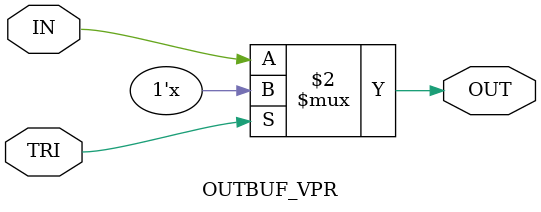
<source format=v>
module CE_VCC (output VCC);
wire VCC = 1;
endmodule

module SR_GND (output GND);
wire GND = 0;
endmodule

module FDRE_ZINI (output reg Q, input C, CE, D, R);
  parameter [0:0] ZINI = 1'b0;
  parameter [0:0] IS_C_INVERTED = 1'b0;
  initial Q <= !ZINI;
  generate case (|IS_C_INVERTED)
    1'b0: always @(posedge C) if (R) Q <= 1'b0; else if (CE) Q <= D;
    1'b1: always @(negedge C) if (R) Q <= 1'b0; else if (CE) Q <= D;
  endcase endgenerate
endmodule

module FDSE_ZINI (output reg Q, input C, CE, D, S);
  parameter [0:0] ZINI = 1'b0;
  parameter [0:0] IS_C_INVERTED = 1'b0;
  initial Q <= !ZINI;
  generate case (|IS_C_INVERTED)
    1'b0: always @(posedge C) if (S) Q <= 1'b1; else if (CE) Q <= D;
    1'b1: always @(negedge C) if (S) Q <= 1'b1; else if (CE) Q <= D;
  endcase endgenerate
endmodule

module FDCE_ZINI (output reg Q, input C, CE, D, CLR);
  parameter [0:0] ZINI = 1'b0;
  parameter [0:0] IS_C_INVERTED = 1'b0;
  initial Q <= !ZINI;
  generate case (|IS_C_INVERTED)
    1'b0: always @(posedge C, posedge CLR) if (CLR) Q <= 1'b0; else if (CE) Q <= D;
    1'b1: always @(negedge C, posedge CLR) if (CLR) Q <= 1'b0; else if (CE) Q <= D;
  endcase endgenerate
endmodule

module FDPE_ZINI (output reg Q, input C, CE, D, PRE);
  parameter [0:0] ZINI = 1'b0;
  parameter [0:0] IS_C_INVERTED = 1'b0;
  initial Q <= !ZINI;
  generate case (|IS_C_INVERTED)
    1'b0: always @(posedge C, posedge PRE) if (PRE) Q <= 1'b1; else if (CE) Q <= D;
    1'b1: always @(negedge C, posedge PRE) if (PRE) Q <= 1'b1; else if (CE) Q <= D;
  endcase endgenerate
endmodule

// ============================================================================
// LUT related muxes

module MUXF6(output O, input I0, I1, S);
  assign O = S ? I1 : I0;
endmodule

// ============================================================================
// Carry chain primitives

module CARRY4_VPR(O0, O1, O2, O3, CO_CHAIN, CO_FABRIC0, CO_FABRIC1, CO_FABRIC2, CO_FABRIC3, CYINIT, CIN, DI0, DI1, DI2, DI3, S0, S1, S2, S3);
  parameter CYINIT_AX = 1'b0;
  parameter CYINIT_C0 = 1'b0;
  parameter CYINIT_C1 = 1'b0;

  (* DELAY_CONST_CYINIT="0.491e-9" *)
  (* DELAY_CONST_CIN="0.235e-9" *)
  (* DELAY_CONST_S0="0.223e-9" *)
  output wire O0;

  (* DELAY_CONST_CYINIT="0.613e-9" *)
  (* DELAY_CONST_CIN="0.348e-9" *)
  (* DELAY_CONST_S0="0.400e-9" *)
  (* DELAY_CONST_S1="0.205e-9" *)
  (* DELAY_CONST_DI0="0.337e-9" *)
  output wire O1;

  (* DELAY_CONST_CYINIT="0.600e-9" *)
  (* DELAY_CONST_CIN="0.256e-9" *)
  (* DELAY_CONST_S0="0.523e-9" *)
  (* DELAY_CONST_S1="0.558e-9" *)
  (* DELAY_CONST_S2="0.226e-9" *)
  (* DELAY_CONST_DI0="0.486e-9" *)
  (* DELAY_CONST_DI1="0.471e-9" *)
  output wire O2;

  (* DELAY_CONST_CYINIT="0.657e-9" *)
  (* DELAY_CONST_CIN="0.329e-9" *)
  (* DELAY_CONST_S0="0.582e-9" *)
  (* DELAY_CONST_S1="0.618e-9" *)
  (* DELAY_CONST_S2="0.330e-9" *)
  (* DELAY_CONST_S3="0.227e-9" *)
  (* DELAY_CONST_DI0="0.545e-9" *)
  (* DELAY_CONST_DI1="0.532e-9" *)
  (* DELAY_CONST_DI2="0.372e-9" *)
  output wire O3;

  (* DELAY_CONST_CYINIT="0.578e-9" *)
  (* DELAY_CONST_CIN="0.293e-9" *)
  (* DELAY_CONST_S0="0.340e-9" *)
  (* DELAY_CONST_DI0="0.329e-9" *)
  output wire CO_FABRIC0;

  (* DELAY_CONST_CYINIT="0.529e-9" *)
  (* DELAY_CONST_CIN="0.178e-9" *)
  (* DELAY_CONST_S0="0.433e-9" *)
  (* DELAY_CONST_S1="0.469e-9" *)
  (* DELAY_CONST_DI0="0.396e-9" *)
  (* DELAY_CONST_DI1="0.376e-9" *)
  output wire CO_FABRIC1;

  (* DELAY_CONST_CYINIT="0.617e-9" *)
  (* DELAY_CONST_CIN="0.250e-9" *)
  (* DELAY_CONST_S0="0.512e-9" *)
  (* DELAY_CONST_S1="0.548e-9" *)
  (* DELAY_CONST_S2="0.292e-9" *)
  (* DELAY_CONST_DI0="0.474e-9" *)
  (* DELAY_CONST_DI1="0.459e-9" *)
  (* DELAY_CONST_DI2="0.289e-9" *)
  output wire CO_FABRIC2;

  (* DELAY_CONST_CYINIT="0.580e-9" *)
  (* DELAY_CONST_CIN="0.114e-9" *)
  (* DELAY_CONST_S0="0.508e-9" *)
  (* DELAY_CONST_S1="0.528e-9" *)
  (* DELAY_CONST_S2="0.376e-9" *)
  (* DELAY_CONST_S3="0.380e-9" *)
  (* DELAY_CONST_DI0="0.456e-9" *)
  (* DELAY_CONST_DI1="0.443e-9" *)
  (* DELAY_CONST_DI2="0.324e-9" *)
  (* DELAY_CONST_DI3="0.327e-9" *)
  output wire CO_FABRIC3;

  (* DELAY_CONST_CYINIT="0.580e-9" *)
  (* DELAY_CONST_CIN="0.114e-9" *)
  (* DELAY_CONST_S0="0.508e-9" *)
  (* DELAY_CONST_S1="0.528e-9" *)
  (* DELAY_CONST_S2="0.376e-9" *)
  (* DELAY_CONST_S3="0.380e-9" *)
  (* DELAY_CONST_DI0="0.456e-9" *)
  (* DELAY_CONST_DI1="0.443e-9" *)
  (* DELAY_CONST_DI2="0.324e-9" *)
  (* DELAY_CONST_DI3="0.327e-9" *)
  output wire CO_CHAIN;

  input wire DI0, DI1, DI2, DI3;
  input wire S0, S1, S2, S3;

  input wire CYINIT;
  input wire CIN;

  wire CI0;
  wire CI1;
  wire CI2;
  wire CI3;
  wire CI4;

  assign CI0 = CYINIT_AX ? CYINIT :
               CYINIT_C1 ? 1'b1 :
               CYINIT_C0 ? 1'b0 :
               CIN;
  assign CI1 = S0 ? CI0 : DI0;
  assign CI2 = S1 ? CI1 : DI1;
  assign CI3 = S2 ? CI2 : DI2;
  assign CI4 = S3 ? CI3 : DI3;

  assign CO_FABRIC0 = CI1;
  assign CO_FABRIC1 = CI2;
  assign CO_FABRIC2 = CI3;
  assign CO_FABRIC3 = CI4;

  assign O0 = CI0 ^ S0;
  assign O1 = CI1 ^ S1;
  assign O2 = CI2 ^ S2;
  assign O3 = CI3 ^ S3;

  assign CO_CHAIN = CO_FABRIC3;
endmodule

// ============================================================================
// Distributed RAMs

module DPRAM64_for_RAM128X1D (
  output O,
  input  DI, CLK, WE, WA7,
  input [5:0] A, WA
);
  parameter [63:0] INIT = 64'h0;
  parameter IS_WCLK_INVERTED = 1'b0;
  parameter HIGH_WA7_SELECT = 1'b0;
  wire [5:0] A;
  wire [5:0] WA;
  reg [63:0] mem;
  initial mem <= INIT;
  assign O = mem[A];
  wire clk = CLK ^ IS_WCLK_INVERTED;
  always @(posedge clk) if (WE & (WA7 == HIGH_WA7_SELECT)) mem[WA] <= DI;
endmodule

module DPRAM64 (
  output O,
  input  DI, CLK, WE, WA7, WA8,
  input [5:0] A, WA
);
  parameter [63:0] INIT = 64'h0;
  parameter IS_WCLK_INVERTED = 1'b0;
  parameter WA7USED = 1'b0;
  parameter WA8USED = 1'b0;
  parameter HIGH_WA7_SELECT = 1'b0;
  parameter HIGH_WA8_SELECT = 1'b0;
  wire [5:0] A;
  wire [5:0] WA;
  reg [63:0] mem;
  initial mem <= INIT;
  assign O = mem[A];
  wire clk = CLK ^ IS_WCLK_INVERTED;

  wire WA7SELECT = !WA7USED | (WA7 == HIGH_WA7_SELECT);
  wire WA8SELECT = !WA8USED | (WA8 == HIGH_WA8_SELECT);
  wire address_selected = WA7SELECT & WA8SELECT;
  always @(posedge clk) if (WE & address_selected) mem[WA] <= DI;
endmodule

module DPRAM32 (
  output O,
  input  DI, CLK, WE,
  input [4:0] A, WA
);
  parameter [31:0] INIT_00 = 32'h0;
  parameter IS_WCLK_INVERTED = 1'b0;
  wire [4:0] A;
  wire [4:0] WA;
  reg [31:0] mem;
  initial mem <= INIT_00;
  assign O = mem[A];
  wire clk = CLK ^ IS_WCLK_INVERTED;
  always @(posedge clk) if (WE) begin
    mem[WA] <= DI;
  end
endmodule


// To ensure that all DRAMs are co-located within a SLICEM, this block is
// a simple passthrough black box to allow a pack pattern for dual port DRAMs.
module DRAM_2_OUTPUT_STUB(
    input SPO, DPO,
    output SPO_OUT, DPO_OUT
);
  wire SPO_OUT;
  wire DPO_OUT;
  assign SPO_OUT = SPO;
  assign DPO_OUT = DPO;
endmodule

module DRAM_4_OUTPUT_STUB(
    input DOA, DOB, DOC, DOD,
    output DOA_OUT, DOB_OUT, DOC_OUT, DOD_OUT
);
  assign DOA_OUT = DOA;
  assign DOB_OUT = DOB;
  assign DOC_OUT = DOC;
  assign DOD_OUT = DOD;
endmodule

module DRAM_8_OUTPUT_STUB(
    input DOA1, DOB1, DOC1, DOD1, DOA0, DOB0, DOC0, DOD0,
    output DOA1_OUT, DOB1_OUT, DOC1_OUT, DOD1_OUT, DOA0_OUT, DOB0_OUT, DOC0_OUT, DOD0_OUT
);
  assign DOA1_OUT = DOA1;
  assign DOB1_OUT = DOB1;
  assign DOC1_OUT = DOC1;
  assign DOD1_OUT = DOD1;
  assign DOA0_OUT = DOA0;
  assign DOB0_OUT = DOB0;
  assign DOC0_OUT = DOC0;
  assign DOD0_OUT = DOD0;
endmodule

// ============================================================================
// Block RAMs

module RAMB18E1_VPR (
	input CLKARDCLK,
	input CLKBWRCLK,
	input ENARDEN,
	input ENBWREN,
	input REGCLKARDRCLK,
	input REGCEAREGCE,
	input REGCEB,
	input REGCLKB,
	input RSTRAMARSTRAM,
	input RSTRAMB,
	input RSTREGARSTREG,
	input RSTREGB,

	input [1:0]  ADDRBTIEHIGH,
	input [13:0] ADDRBWRADDR,
	input [1:0]  ADDRATIEHIGH,
	input [13:0] ADDRARDADDR,
	input [15:0] DIADI,
	input [15:0] DIBDI,
	input [1:0] DIPADIP,
	input [1:0] DIPBDIP,
	input [3:0] WEA,
	input [7:0] WEBWE,

	output [15:0] DOADO,
	output [15:0] DOBDO,
	output [1:0] DOPADOP,
	output [1:0] DOPBDOP
);
	parameter IN_USE = 1'b0;

	parameter ZINIT_A = 18'h0;
	parameter ZINIT_B = 18'h0;

	parameter ZSRVAL_A = 18'h0;
	parameter ZSRVAL_B = 18'h0;

	parameter INITP_00 = 256'h0000000000000000000000000000000000000000000000000000000000000000;
	parameter INITP_01 = 256'h0000000000000000000000000000000000000000000000000000000000000000;
	parameter INITP_02 = 256'h0000000000000000000000000000000000000000000000000000000000000000;
	parameter INITP_03 = 256'h0000000000000000000000000000000000000000000000000000000000000000;
	parameter INITP_04 = 256'h0000000000000000000000000000000000000000000000000000000000000000;
	parameter INITP_05 = 256'h0000000000000000000000000000000000000000000000000000000000000000;
	parameter INITP_06 = 256'h0000000000000000000000000000000000000000000000000000000000000000;
	parameter INITP_07 = 256'h0000000000000000000000000000000000000000000000000000000000000000;

	parameter INIT_00 = 256'h0000000000000000000000000000000000000000000000000000000000000000;
	parameter INIT_01 = 256'h0000000000000000000000000000000000000000000000000000000000000000;
	parameter INIT_02 = 256'h0000000000000000000000000000000000000000000000000000000000000000;
	parameter INIT_03 = 256'h0000000000000000000000000000000000000000000000000000000000000000;
	parameter INIT_04 = 256'h0000000000000000000000000000000000000000000000000000000000000000;
	parameter INIT_05 = 256'h0000000000000000000000000000000000000000000000000000000000000000;
	parameter INIT_06 = 256'h0000000000000000000000000000000000000000000000000000000000000000;
	parameter INIT_07 = 256'h0000000000000000000000000000000000000000000000000000000000000000;
	parameter INIT_08 = 256'h0000000000000000000000000000000000000000000000000000000000000000;
	parameter INIT_09 = 256'h0000000000000000000000000000000000000000000000000000000000000000;
	parameter INIT_0A = 256'h0000000000000000000000000000000000000000000000000000000000000000;
	parameter INIT_0B = 256'h0000000000000000000000000000000000000000000000000000000000000000;
	parameter INIT_0C = 256'h0000000000000000000000000000000000000000000000000000000000000000;
	parameter INIT_0D = 256'h0000000000000000000000000000000000000000000000000000000000000000;
	parameter INIT_0E = 256'h0000000000000000000000000000000000000000000000000000000000000000;
	parameter INIT_0F = 256'h0000000000000000000000000000000000000000000000000000000000000000;
	parameter INIT_10 = 256'h0000000000000000000000000000000000000000000000000000000000000000;
	parameter INIT_11 = 256'h0000000000000000000000000000000000000000000000000000000000000000;
	parameter INIT_12 = 256'h0000000000000000000000000000000000000000000000000000000000000000;
	parameter INIT_13 = 256'h0000000000000000000000000000000000000000000000000000000000000000;
	parameter INIT_14 = 256'h0000000000000000000000000000000000000000000000000000000000000000;
	parameter INIT_15 = 256'h0000000000000000000000000000000000000000000000000000000000000000;
	parameter INIT_16 = 256'h0000000000000000000000000000000000000000000000000000000000000000;
	parameter INIT_17 = 256'h0000000000000000000000000000000000000000000000000000000000000000;
	parameter INIT_18 = 256'h0000000000000000000000000000000000000000000000000000000000000000;
	parameter INIT_19 = 256'h0000000000000000000000000000000000000000000000000000000000000000;
	parameter INIT_1A = 256'h0000000000000000000000000000000000000000000000000000000000000000;
	parameter INIT_1B = 256'h0000000000000000000000000000000000000000000000000000000000000000;
	parameter INIT_1C = 256'h0000000000000000000000000000000000000000000000000000000000000000;
	parameter INIT_1D = 256'h0000000000000000000000000000000000000000000000000000000000000000;
	parameter INIT_1E = 256'h0000000000000000000000000000000000000000000000000000000000000000;
	parameter INIT_1F = 256'h0000000000000000000000000000000000000000000000000000000000000000;
	parameter INIT_20 = 256'h0000000000000000000000000000000000000000000000000000000000000000;
	parameter INIT_21 = 256'h0000000000000000000000000000000000000000000000000000000000000000;
	parameter INIT_22 = 256'h0000000000000000000000000000000000000000000000000000000000000000;
	parameter INIT_23 = 256'h0000000000000000000000000000000000000000000000000000000000000000;
	parameter INIT_24 = 256'h0000000000000000000000000000000000000000000000000000000000000000;
	parameter INIT_25 = 256'h0000000000000000000000000000000000000000000000000000000000000000;
	parameter INIT_26 = 256'h0000000000000000000000000000000000000000000000000000000000000000;
	parameter INIT_27 = 256'h0000000000000000000000000000000000000000000000000000000000000000;
	parameter INIT_28 = 256'h0000000000000000000000000000000000000000000000000000000000000000;
	parameter INIT_29 = 256'h0000000000000000000000000000000000000000000000000000000000000000;
	parameter INIT_2A = 256'h0000000000000000000000000000000000000000000000000000000000000000;
	parameter INIT_2B = 256'h0000000000000000000000000000000000000000000000000000000000000000;
	parameter INIT_2C = 256'h0000000000000000000000000000000000000000000000000000000000000000;
	parameter INIT_2D = 256'h0000000000000000000000000000000000000000000000000000000000000000;
	parameter INIT_2E = 256'h0000000000000000000000000000000000000000000000000000000000000000;
	parameter INIT_2F = 256'h0000000000000000000000000000000000000000000000000000000000000000;
	parameter INIT_30 = 256'h0000000000000000000000000000000000000000000000000000000000000000;
	parameter INIT_31 = 256'h0000000000000000000000000000000000000000000000000000000000000000;
	parameter INIT_32 = 256'h0000000000000000000000000000000000000000000000000000000000000000;
	parameter INIT_33 = 256'h0000000000000000000000000000000000000000000000000000000000000000;
	parameter INIT_34 = 256'h0000000000000000000000000000000000000000000000000000000000000000;
	parameter INIT_35 = 256'h0000000000000000000000000000000000000000000000000000000000000000;
	parameter INIT_36 = 256'h0000000000000000000000000000000000000000000000000000000000000000;
	parameter INIT_37 = 256'h0000000000000000000000000000000000000000000000000000000000000000;
	parameter INIT_38 = 256'h0000000000000000000000000000000000000000000000000000000000000000;
	parameter INIT_39 = 256'h0000000000000000000000000000000000000000000000000000000000000000;
	parameter INIT_3A = 256'h0000000000000000000000000000000000000000000000000000000000000000;
	parameter INIT_3B = 256'h0000000000000000000000000000000000000000000000000000000000000000;
	parameter INIT_3C = 256'h0000000000000000000000000000000000000000000000000000000000000000;
	parameter INIT_3D = 256'h0000000000000000000000000000000000000000000000000000000000000000;
	parameter INIT_3E = 256'h0000000000000000000000000000000000000000000000000000000000000000;
	parameter INIT_3F = 256'h0000000000000000000000000000000000000000000000000000000000000000;

	parameter ZINV_CLKARDCLK = 1'b1;
	parameter ZINV_CLKBWRCLK = 1'b1;
	parameter ZINV_ENARDEN = 1'b1;
	parameter ZINV_ENBWREN = 1'b1;
	parameter ZINV_RSTRAMARSTRAM = 1'b1;
	parameter ZINV_RSTRAMB = 1'b1;
	parameter ZINV_RSTREGARSTREG = 1'b1;
	parameter ZINV_RSTREGB = 1'b1;
	parameter ZINV_REGCLKARDRCLK = 1'b1;
	parameter ZINV_REGCLKB = 1'b1;

	parameter DOA_REG = 1'b0;
	parameter DOB_REG = 1'b0;

	parameter integer SDP_READ_WIDTH_36 = 1'b0;
	parameter integer READ_WIDTH_A_18 = 1'b0;
	parameter integer READ_WIDTH_A_9 = 1'b0;
	parameter integer READ_WIDTH_A_4 = 1'b0;
	parameter integer READ_WIDTH_A_2 = 1'b0;
	parameter integer READ_WIDTH_A_1 = 1'b1;
	parameter integer READ_WIDTH_B_18 = 1'b0;
	parameter integer READ_WIDTH_B_9 = 1'b0;
	parameter integer READ_WIDTH_B_4 = 1'b0;
	parameter integer READ_WIDTH_B_2 = 1'b0;
	parameter integer READ_WIDTH_B_1 = 1'b1;

	parameter integer SDP_WRITE_WIDTH_36 = 1'b0;
	parameter integer WRITE_WIDTH_A_18 = 1'b0;
	parameter integer WRITE_WIDTH_A_9 = 1'b0;
	parameter integer WRITE_WIDTH_A_4 = 1'b0;
	parameter integer WRITE_WIDTH_A_2 = 1'b0;
	parameter integer WRITE_WIDTH_A_1 = 1'b1;
	parameter integer WRITE_WIDTH_B_18 = 1'b0;
	parameter integer WRITE_WIDTH_B_9 = 1'b0;
	parameter integer WRITE_WIDTH_B_4 = 1'b0;
	parameter integer WRITE_WIDTH_B_2 = 1'b0;
	parameter integer WRITE_WIDTH_B_1 = 1'b1;

	parameter WRITE_MODE_A_NO_CHANGE = 1'b0;
	parameter WRITE_MODE_A_READ_FIRST = 1'b0;
	parameter WRITE_MODE_B_NO_CHANGE = 1'b0;
	parameter WRITE_MODE_B_READ_FIRST = 1'b0;
endmodule

module RAMB36E1_PRIM (
        input CLKARDCLKU,           input CLKARDCLKL,
        input CLKBWRCLKU,           input CLKBWRCLKL,
        input ENARDENU,             input ENARDENL,
        input ENBWRENU,             input ENBWRENL,
        input REGCLKARDRCLKU,       input REGCLKARDRCLKL,
        input REGCEAREGCEU,         input REGCEAREGCEL,
        input REGCEBU,              input REGCEBL,
        input REGCLKBU,             input REGCLKBK,
        input RSTRAMARSTRAMU,       input RSTRAMARSTRAMLRST,
        input RSTRAMBU,             input RSTRAMBL,
        input RSTREGARSTREGU,       input RSTREGARSTREGL,
        input RSTREGBU,             input RSTREGBL,

        input [14:0] ADDRBWRADDRU,  input [15:0] ADDRBWRADDRL,
        input [14:0] ADDRARDADDRU,  input [15:0] ADDRARDADDRL,
        input [31:0] DIADI,
        input [31:0] DIBDI,
        input [3:0] DIPADIP,
        input [3:0] DIPBDIP,
        input [3:0] WEAU,           input [3:0] WEAL,
        input [7:0] WEBWEU,         input [7:0] WEBWEL,

        output [31:0] DOADO,
        output [31:0] DOBDO,
        output [3:0] DOPADOP,
        output [3:0] DOPBDOP
);
        parameter IN_USE = 1'b0;

        parameter ZINIT_A = 36'h0;
        parameter ZINIT_B = 36'h0;

        parameter ZSRVAL_A = 36'h0;
        parameter ZSRVAL_B = 36'h0;

        `define INIT_BLOCK(pre) \
        parameter ``pre``0 = 256'h0000000000000000000000000000000000000000000000000000000000000000; \
        parameter ``pre``1 = 256'h0000000000000000000000000000000000000000000000000000000000000000; \
        parameter ``pre``2 = 256'h0000000000000000000000000000000000000000000000000000000000000000; \
        parameter ``pre``3 = 256'h0000000000000000000000000000000000000000000000000000000000000000; \
        parameter ``pre``4 = 256'h0000000000000000000000000000000000000000000000000000000000000000; \
        parameter ``pre``5 = 256'h0000000000000000000000000000000000000000000000000000000000000000; \
        parameter ``pre``6 = 256'h0000000000000000000000000000000000000000000000000000000000000000; \
        parameter ``pre``7 = 256'h0000000000000000000000000000000000000000000000000000000000000000; \
        parameter ``pre``8 = 256'h0000000000000000000000000000000000000000000000000000000000000000; \
        parameter ``pre``9 = 256'h0000000000000000000000000000000000000000000000000000000000000000; \
        parameter ``pre``A = 256'h0000000000000000000000000000000000000000000000000000000000000000; \
        parameter ``pre``B = 256'h0000000000000000000000000000000000000000000000000000000000000000; \
        parameter ``pre``C = 256'h0000000000000000000000000000000000000000000000000000000000000000; \
        parameter ``pre``D = 256'h0000000000000000000000000000000000000000000000000000000000000000; \
        parameter ``pre``E = 256'h0000000000000000000000000000000000000000000000000000000000000000; \
        parameter ``pre``F = 256'h0000000000000000000000000000000000000000000000000000000000000000

        `INIT_BLOCK(INITP_0);
        `INIT_BLOCK(INIT_1);
        `INIT_BLOCK(INIT_2);
        `INIT_BLOCK(INIT_3);
        `INIT_BLOCK(INIT_4);
        `INIT_BLOCK(INIT_5);
        `INIT_BLOCK(INIT_6);
        `INIT_BLOCK(INIT_7);
        `undef INIT_BLOCK

        parameter ZINV_CLKARDCLK = 1'b1;
        parameter ZINV_CLKBWRCLK = 1'b1;
        parameter ZINV_ENARDEN = 1'b1;
        parameter ZINV_ENBWREN = 1'b1;
        parameter ZINV_RSTRAMARSTRAM = 1'b1;
        parameter ZINV_RSTRAMB = 1'b1;
        parameter ZINV_RSTREGARSTREG = 1'b1;
        parameter ZINV_RSTREGB = 1'b1;
        parameter ZINV_REGCLKARDRCLK = 1'b1;
        parameter ZINV_REGCLKB = 1'b1;

        parameter DOA_REG = 1'b0;
        parameter DOB_REG = 1'b0;

        parameter integer SDP_READ_WIDTH_72 = 1'b0;
        parameter integer READ_WIDTH_A_36 = 1'b0;
        parameter integer READ_WIDTH_A_18 = 1'b0;
        parameter integer READ_WIDTH_A_9 = 1'b0;
        parameter integer READ_WIDTH_A_4 = 1'b0;
        parameter integer READ_WIDTH_A_2 = 1'b0;
        parameter integer READ_WIDTH_A_1 = 1'b1;
        parameter integer READ_WIDTH_B_18 = 1'b0;
        parameter integer READ_WIDTH_B_9 = 1'b0;
        parameter integer READ_WIDTH_B_4 = 1'b0;
        parameter integer READ_WIDTH_B_2 = 1'b0;
        parameter integer READ_WIDTH_B_1 = 1'b1;

        parameter integer SDP_WRITE_WIDTH_72 = 1'b0;
        parameter integer WRITE_WIDTH_A_36 = 1'b0;
        parameter integer WRITE_WIDTH_A_18 = 1'b0;
        parameter integer WRITE_WIDTH_A_9 = 1'b0;
        parameter integer WRITE_WIDTH_A_4 = 1'b0;
        parameter integer WRITE_WIDTH_A_2 = 1'b0;
        parameter integer WRITE_WIDTH_A_1 = 1'b1;
        parameter integer WRITE_WIDTH_B_18 = 1'b0;
        parameter integer WRITE_WIDTH_B_9 = 1'b0;
        parameter integer WRITE_WIDTH_B_4 = 1'b0;
        parameter integer WRITE_WIDTH_B_2 = 1'b0;
        parameter integer WRITE_WIDTH_B_1 = 1'b1;

        parameter WRITE_MODE_A_NO_CHANGE = 1'b0;
        parameter WRITE_MODE_A_READ_FIRST = 1'b0;
        parameter WRITE_MODE_B_NO_CHANGE = 1'b0;
        parameter WRITE_MODE_B_READ_FIRST = 1'b0;
endmodule

// ============================================================================
// SRLs

// SRLC32E_VPR
module SRLC32E_VPR
(
input CLK, CE, D,
input [4:0] A,
output Q, Q31
);
  parameter [64:0] INIT = 64'd0;
  parameter [0:0] IS_CLK_INVERTED = 1'b0;

  reg [31:0] r;
  integer i;

  initial for (i=0; i<32; i=i+1)
    r[i] <= INIT[2*i];

  assign Q31 = r[31];
  assign Q = r[A];

  generate begin
    if (IS_CLK_INVERTED) begin
      always @(negedge CLK) if (CE) r <= { r[30:0], D };
    end else begin
      always @(posedge CLK) if (CE) r <= { r[30:0], D };
    end
  end endgenerate

endmodule

// SRLC16E_VPR
module SRLC16E_VPR
(
input CLK, CE, D,
input A0, A1, A2, A3,
output Q, Q15
);
  parameter [15:0] INIT = 16'd0;
  parameter [0:0] IS_CLK_INVERTED = 1'b0;

  reg [15:0] r = INIT;

  assign Q15 = r[15];
  assign Q = r[{A3,A2,A1,A0}];

  generate
    if (IS_CLK_INVERTED) begin
      always @(negedge CLK) if (CE) r <= { r[14:0], D };
    end else begin
      always @(posedge CLK) if (CE) r <= { r[14:0], D };
    end
  endgenerate

endmodule

// ============================================================================
// This should be moved to Yosys

module SRLC16E (
  output Q, Q15,
  input A0, A1, A2, A3, CE, CLK, D
);
  parameter [15:0] INIT = 16'h0000;
  parameter [0:0] IS_CLK_INVERTED = 1'b0;

  reg [15:0] r = INIT;
  assign Q = r[{A3,A2,A1,A0}];
  assign Q15 = r[15];
  generate
    if (IS_CLK_INVERTED) begin
      always @(negedge CLK) if (CE) r <= { r[14:0], D };
    end
    else
        always @(posedge CLK) if (CE) r <= { r[14:0], D };
  endgenerate
endmodule

// ============================================================================
// IO

module INBUF_VPR (
	input PAD,
	output OUT
);
	assign OUT = PAD;
endmodule

module OUTBUF_VPR (
	input IN,
    input TRI,
	output OUT
);
	assign OUT = (TRI) ? 1'bz : IN;
endmodule

</source>
